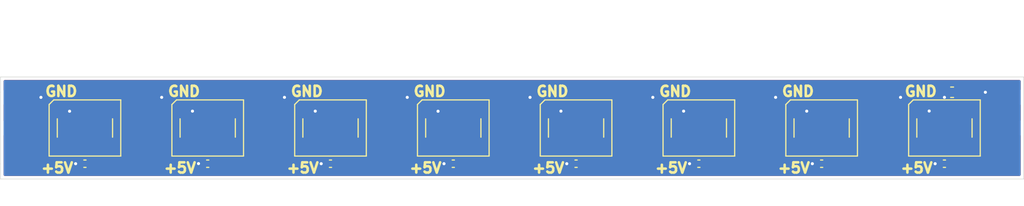
<source format=kicad_pcb>
(kicad_pcb (version 20241229) (generator "pcbnew") (generator_version "9.0")
  (layers (0 "F.Cu" signal) (2 "B.Cu" signal) (13 "F.Paste" user) (15 "B.Paste" user) (5 "F.SilkS" user "F.Silkscreen") (7 "B.SilkS" user "B.Silkscreen") (1 "F.Mask" user) (3 "B.Mask" user) (25 "Edge.Cuts" user))
  (net 0 "")
  (net 1 "GND")
  (net 2 "+5V")
  (net 3 "DO1")
  (net 4 "DO2")
  (net 5 "DO3")
  (net 6 "DO4")
  (net 7 "DO5")
  (net 8 "DO6")
  (net 9 "DO7")
  (net 10 "DO8")
  (net 11 "/Segment/DI")
  (footprint "Capacitor_SMD:C_0402_1005Metric" (layer "F.Cu") (at 147.5 103.499999 180)
    (property "Reference" "C601" (hide yes))
    (property "Value" "100n")
    (fp_line (start -0.107836 0.36) (end 0.107836 0.36) (stroke (width 0.12)) (layer "F.SilkS"))
    (fp_line (start -0.107836 -0.36) (end 0.107836 -0.36) (stroke (width 0.12)) (layer "F.SilkS"))
    (pad "1" smd roundrect (at -0.48 0 180) (size 0.56 0.62) (layers "F.Cu" "F.Mask" "F.Paste") (net 2 "+5V"))
    (pad "2" smd roundrect (at 0.48 0 180) (size 0.56 0.62) (layers "F.Cu" "F.Mask" "F.Paste") (net 1 "GND"))
  )
  (footprint "Connector_Wire:SolderWirePad_1x01_SMD_1.5x3mm" (layer "F.Cu") (at 153.5 103 90)
    (property "Reference" "J701" (hide yes))
    (property "Value" "Conn_01x01")
    (pad "1" smd roundrect (at 0 0 90) (size 1.5 3) (layers "F.Cu" "F.Mask") (net 2 "+5V"))
  )
  (footprint "Connector_Wire:SolderWirePad_1x01_SMD_1.5x3mm" (layer "F.Cu") (at 189 103 -90)
    (property "Reference" "J1201" (hide yes))
    (property "Value" "Conn_01x01")
    (pad "1" smd roundrect (at 0 0 270) (size 1.5 3) (layers "F.Cu" "F.Mask") (net 2 "+5V"))
  )
  (footprint "LED_SMD:LED_WS2812B_PLCC4_5.0x5.0mm_P3.2mm" (layer "F.Cu") (at 183.5 99.999999 180)
    (property "Reference" "D901" (hide yes))
    (property "Value" "WS2812B")
    (fp_line (start 3.5 2.3) (end 3.5 -2.75) (stroke (width 0.12)) (layer "F.SilkS"))
    (fp_line (start 3.05 2.75) (end 3.5 2.3) (stroke (width 0.12)) (layer "F.SilkS"))
    (fp_line (start 2.7 0.9) (end 2.7 -0.9) (stroke (width 0.12)) (layer "F.SilkS"))
    (fp_line (start -2.7 0.9) (end -2.7 -0.9) (stroke (width 0.12)) (layer "F.SilkS"))
    (fp_line (start -3.5 2.75) (end 3.05 2.75) (stroke (width 0.12)) (layer "F.SilkS"))
    (fp_line (start -3.5 -2.75) (end 3.5 -2.75) (stroke (width 0.12)) (layer "F.SilkS"))
    (fp_line (start -3.5 -2.75) (end -3.5 2.75) (stroke (width 0.12)) (layer "F.SilkS"))
    (pad "1" smd roundrect (at -2.45 -1.65 180) (size 1.5 0.9) (layers "F.Cu" "F.Mask" "F.Paste") (roundrect_rratio 0.1) (net 2 "+5V"))
    (pad "2" smd roundrect (at -2.45 1.65 180) (size 1.5 0.9) (layers "F.Cu" "F.Mask" "F.Paste") (roundrect_rratio 0.1) (net 10 "DO8"))
    (pad "3" smd roundrect (at 2.45 1.65 180) (size 1.5 0.9) (layers "F.Cu" "F.Mask" "F.Paste") (roundrect_rratio 0.1) (net 1 "GND"))
    (pad "4" smd roundrect (at 2.45 -1.65 180) (size 1.5 0.9) (layers "F.Cu" "F.Mask" "F.Paste") (roundrect_rratio 0.1) (net 9 "DO7"))
  )
  (footprint "Connector_Wire:SolderWirePad_1x01_SMD_1.5x3mm" (layer "F.Cu") (at 117.5 102.999999 90)
    (property "Reference" "J401" (hide yes))
    (property "Value" "Conn_01x01")
    (pad "1" smd roundrect (at 0 0 90) (size 1.5 3) (layers "F.Cu" "F.Mask") (net 2 "+5V"))
  )
  (footprint "LED_SMD:LED_WS2812B_PLCC4_5.0x5.0mm_P3.2mm" (layer "F.Cu") (at 99.5 100 180)
    (property "Reference" "D201" (hide yes))
    (property "Value" "WS2812B")
    (fp_line (start 3.5 2.3) (end 3.5 -2.75) (stroke (width 0.12)) (layer "F.SilkS"))
    (fp_line (start 3.05 2.75) (end 3.5 2.3) (stroke (width 0.12)) (layer "F.SilkS"))
    (fp_line (start 2.7 0.9) (end 2.7 -0.9) (stroke (width 0.12)) (layer "F.SilkS"))
    (fp_line (start -2.7 0.9) (end -2.7 -0.9) (stroke (width 0.12)) (layer "F.SilkS"))
    (fp_line (start -3.5 2.75) (end 3.05 2.75) (stroke (width 0.12)) (layer "F.SilkS"))
    (fp_line (start -3.5 -2.75) (end 3.5 -2.75) (stroke (width 0.12)) (layer "F.SilkS"))
    (fp_line (start -3.5 -2.75) (end -3.5 2.75) (stroke (width 0.12)) (layer "F.SilkS"))
    (pad "1" smd roundrect (at -2.45 -1.65 180) (size 1.5 0.9) (layers "F.Cu" "F.Mask" "F.Paste") (roundrect_rratio 0.1) (net 2 "+5V"))
    (pad "2" smd roundrect (at -2.45 1.65 180) (size 1.5 0.9) (layers "F.Cu" "F.Mask" "F.Paste") (roundrect_rratio 0.1) (net 3 "DO1"))
    (pad "3" smd roundrect (at 2.45 1.65 180) (size 1.5 0.9) (layers "F.Cu" "F.Mask" "F.Paste") (roundrect_rratio 0.1) (net 1 "GND"))
    (pad "4" smd roundrect (at 2.45 -1.65 180) (size 1.5 0.9) (layers "F.Cu" "F.Mask" "F.Paste") (roundrect_rratio 0.1) (net 11 "/Segment/DI"))
  )
  (footprint "Connector_Wire:SolderWirePad_1x01_SMD_1.5x3mm" (layer "F.Cu") (at 165.5 103 90)
    (property "Reference" "J801" (hide yes))
    (property "Value" "Conn_01x01")
    (pad "1" smd roundrect (at 0 0 90) (size 1.5 3) (layers "F.Cu" "F.Mask") (net 2 "+5V"))
  )
  (footprint "Capacitor_SMD:C_0402_1005Metric" (layer "F.Cu") (at 99.5 103.5 180)
    (property "Reference" "C201" (hide yes))
    (property "Value" "100n")
    (fp_line (start -0.107836 0.36) (end 0.107836 0.36) (stroke (width 0.12)) (layer "F.SilkS"))
    (fp_line (start -0.107836 -0.36) (end 0.107836 -0.36) (stroke (width 0.12)) (layer "F.SilkS"))
    (pad "1" smd roundrect (at -0.48 0 180) (size 0.56 0.62) (layers "F.Cu" "F.Mask" "F.Paste") (net 2 "+5V"))
    (pad "2" smd roundrect (at 0.48 0 180) (size 0.56 0.62) (layers "F.Cu" "F.Mask" "F.Paste") (net 1 "GND"))
  )
  (footprint "Connector_Wire:SolderWirePad_1x01_SMD_1.5x3mm" (layer "F.Cu") (at 141.5 100 90)
    (property "Reference" "J603" (hide yes))
    (property "Value" "Conn_01x01")
    (pad "1" smd roundrect (at 0 0 90) (size 1.5 3) (layers "F.Cu" "F.Mask") (net 6 "DO4"))
  )
  (footprint "Connector_Wire:SolderWirePad_1x01_SMD_1.5x3mm" (layer "F.Cu") (at 141.5 103 90)
    (property "Reference" "J601" (hide yes))
    (property "Value" "Conn_01x01")
    (pad "1" smd roundrect (at 0 0 90) (size 1.5 3) (layers "F.Cu" "F.Mask") (net 2 "+5V"))
  )
  (footprint "Connector_Wire:SolderWirePad_1x01_SMD_1.5x3mm" (layer "F.Cu") (at 189 100 -90)
    (property "Reference" "J1203" (hide yes))
    (property "Value" "Conn_01x01")
    (pad "1" smd roundrect (at 0 0 270) (size 1.5 3) (layers "F.Cu" "F.Mask") (net 10 "DO8"))
  )
  (footprint "Connector_Wire:SolderWirePad_1x01_SMD_1.5x3mm" (layer "F.Cu") (at 165.5 97 90)
    (property "Reference" "J802" (hide yes))
    (property "Value" "Conn_01x01")
    (pad "1" smd roundrect (at 0 0 90) (size 1.5 3) (layers "F.Cu" "F.Mask") (net 1 "GND"))
  )
  (footprint "Connector_Wire:SolderWirePad_1x01_SMD_1.5x3mm" (layer "F.Cu") (at 117.5 96.999999 90)
    (property "Reference" "J402" (hide yes))
    (property "Value" "Conn_01x01")
    (pad "1" smd roundrect (at 0 0 90) (size 1.5 3) (layers "F.Cu" "F.Mask") (net 1 "GND"))
  )
  (footprint "Capacitor_SMD:C_0402_1005Metric" (layer "F.Cu") (at 159.5 103.5 180)
    (property "Reference" "C701" (hide yes))
    (property "Value" "100n")
    (fp_line (start -0.107836 0.36) (end 0.107836 0.36) (stroke (width 0.12)) (layer "F.SilkS"))
    (fp_line (start -0.107836 -0.36) (end 0.107836 -0.36) (stroke (width 0.12)) (layer "F.SilkS"))
    (pad "1" smd roundrect (at -0.48 0 180) (size 0.56 0.62) (layers "F.Cu" "F.Mask" "F.Paste") (net 2 "+5V"))
    (pad "2" smd roundrect (at 0.48 0 180) (size 0.56 0.62) (layers "F.Cu" "F.Mask" "F.Paste") (net 1 "GND"))
  )
  (footprint "Connector_Wire:SolderWirePad_1x01_SMD_1.5x3mm" (layer "F.Cu") (at 105.5 100 90)
    (property "Reference" "J303" (hide yes))
    (property "Value" "Conn_01x01")
    (pad "1" smd roundrect (at 0 0 90) (size 1.5 3) (layers "F.Cu" "F.Mask") (net 3 "DO1"))
  )
  (footprint "Capacitor_SMD:C_0402_1005Metric" (layer "F.Cu") (at 123.5 103.499999 180)
    (property "Reference" "C401" (hide yes))
    (property "Value" "100n")
    (fp_line (start -0.107836 0.36) (end 0.107836 0.36) (stroke (width 0.12)) (layer "F.SilkS"))
    (fp_line (start -0.107836 -0.36) (end 0.107836 -0.36) (stroke (width 0.12)) (layer "F.SilkS"))
    (pad "1" smd roundrect (at -0.48 0 180) (size 0.56 0.62) (layers "F.Cu" "F.Mask" "F.Paste") (net 2 "+5V"))
    (pad "2" smd roundrect (at 0.48 0 180) (size 0.56 0.62) (layers "F.Cu" "F.Mask" "F.Paste") (net 1 "GND"))
  )
  (footprint "LED_SMD:LED_WS2812B_PLCC4_5.0x5.0mm_P3.2mm" (layer "F.Cu") (at 171.5 100 180)
    (property "Reference" "D801" (hide yes))
    (property "Value" "WS2812B")
    (fp_line (start 3.5 2.3) (end 3.5 -2.75) (stroke (width 0.12)) (layer "F.SilkS"))
    (fp_line (start 3.05 2.75) (end 3.5 2.3) (stroke (width 0.12)) (layer "F.SilkS"))
    (fp_line (start 2.7 0.9) (end 2.7 -0.9) (stroke (width 0.12)) (layer "F.SilkS"))
    (fp_line (start -2.7 0.9) (end -2.7 -0.9) (stroke (width 0.12)) (layer "F.SilkS"))
    (fp_line (start -3.5 2.75) (end 3.05 2.75) (stroke (width 0.12)) (layer "F.SilkS"))
    (fp_line (start -3.5 -2.75) (end 3.5 -2.75) (stroke (width 0.12)) (layer "F.SilkS"))
    (fp_line (start -3.5 -2.75) (end -3.5 2.75) (stroke (width 0.12)) (layer "F.SilkS"))
    (pad "1" smd roundrect (at -2.45 -1.65 180) (size 1.5 0.9) (layers "F.Cu" "F.Mask" "F.Paste") (roundrect_rratio 0.1) (net 2 "+5V"))
    (pad "2" smd roundrect (at -2.45 1.65 180) (size 1.5 0.9) (layers "F.Cu" "F.Mask" "F.Paste") (roundrect_rratio 0.1) (net 9 "DO7"))
    (pad "3" smd roundrect (at 2.45 1.65 180) (size 1.5 0.9) (layers "F.Cu" "F.Mask" "F.Paste") (roundrect_rratio 0.1) (net 1 "GND"))
    (pad "4" smd roundrect (at 2.45 -1.65 180) (size 1.5 0.9) (layers "F.Cu" "F.Mask" "F.Paste") (roundrect_rratio 0.1) (net 8 "DO6"))
  )
  (footprint "Connector_Wire:SolderWirePad_1x01_SMD_1.5x3mm" (layer "F.Cu") (at 153.5 100 90)
    (property "Reference" "J703" (hide yes))
    (property "Value" "Conn_01x01")
    (pad "1" smd roundrect (at 0 0 90) (size 1.5 3) (layers "F.Cu" "F.Mask") (net 7 "DO5"))
  )
  (footprint "Connector_Wire:SolderWirePad_1x01_SMD_1.5x3mm" (layer "F.Cu") (at 177.5 97 90)
    (property "Reference" "J902" (hide yes))
    (property "Value" "Conn_01x01")
    (pad "1" smd roundrect (at 0 0 90) (size 1.5 3) (layers "F.Cu" "F.Mask") (net 1 "GND"))
  )
  (footprint "Capacitor_SMD:C_0402_1005Metric" (layer "F.Cu") (at 111.5 103.5 180)
    (property "Reference" "C301" (hide yes))
    (property "Value" "100n")
    (fp_line (start -0.107836 0.36) (end 0.107836 0.36) (stroke (width 0.12)) (layer "F.SilkS"))
    (fp_line (start -0.107836 -0.36) (end 0.107836 -0.36) (stroke (width 0.12)) (layer "F.SilkS"))
    (pad "1" smd roundrect (at -0.48 0 180) (size 0.56 0.62) (layers "F.Cu" "F.Mask" "F.Paste") (net 2 "+5V"))
    (pad "2" smd roundrect (at 0.48 0 180) (size 0.56 0.62) (layers "F.Cu" "F.Mask" "F.Paste") (net 1 "GND"))
  )
  (footprint "LED_SMD:LED_WS2812B_PLCC4_5.0x5.0mm_P3.2mm" (layer "F.Cu") (at 147.5 100 180)
    (property "Reference" "D601" (hide yes))
    (property "Value" "WS2812B")
    (fp_line (start 3.5 2.3) (end 3.5 -2.75) (stroke (width 0.12)) (layer "F.SilkS"))
    (fp_line (start 3.05 2.75) (end 3.5 2.3) (stroke (width 0.12)) (layer "F.SilkS"))
    (fp_line (start 2.7 0.9) (end 2.7 -0.9) (stroke (width 0.12)) (layer "F.SilkS"))
    (fp_line (start -2.7 0.9) (end -2.7 -0.9) (stroke (width 0.12)) (layer "F.SilkS"))
    (fp_line (start -3.5 2.75) (end 3.05 2.75) (stroke (width 0.12)) (layer "F.SilkS"))
    (fp_line (start -3.5 -2.75) (end 3.5 -2.75) (stroke (width 0.12)) (layer "F.SilkS"))
    (fp_line (start -3.5 -2.75) (end -3.5 2.75) (stroke (width 0.12)) (layer "F.SilkS"))
    (pad "1" smd roundrect (at -2.45 -1.65 180) (size 1.5 0.9) (layers "F.Cu" "F.Mask" "F.Paste") (roundrect_rratio 0.1) (net 2 "+5V"))
    (pad "2" smd roundrect (at -2.45 1.65 180) (size 1.5 0.9) (layers "F.Cu" "F.Mask" "F.Paste") (roundrect_rratio 0.1) (net 7 "DO5"))
    (pad "3" smd roundrect (at 2.45 1.65 180) (size 1.5 0.9) (layers "F.Cu" "F.Mask" "F.Paste") (roundrect_rratio 0.1) (net 1 "GND"))
    (pad "4" smd roundrect (at 2.45 -1.65 180) (size 1.5 0.9) (layers "F.Cu" "F.Mask" "F.Paste") (roundrect_rratio 0.1) (net 6 "DO4"))
  )
  (footprint "Connector_Wire:SolderWirePad_1x01_SMD_1.5x3mm" (layer "F.Cu") (at 93.5 97 90)
    (property "Reference" "J202" (hide yes))
    (property "Value" "Conn_01x01")
    (pad "1" smd roundrect (at 0 0 90) (size 1.5 3) (layers "F.Cu" "F.Mask") (net 1 "GND"))
  )
  (footprint "Connector_Wire:SolderWirePad_1x01_SMD_1.5x3mm" (layer "F.Cu") (at 93.5 100 90)
    (property "Reference" "J203" (hide yes))
    (property "Value" "Conn_01x01")
    (pad "1" smd roundrect (at 0 0 90) (size 1.5 3) (layers "F.Cu" "F.Mask") (net 11 "/Segment/DI"))
  )
  (footprint "Capacitor_SMD:C_0402_1005Metric" (layer "F.Cu") (at 171.5 103.5 180)
    (property "Reference" "C801" (hide yes))
    (property "Value" "100n")
    (fp_line (start -0.107836 0.36) (end 0.107836 0.36) (stroke (width 0.12)) (layer "F.SilkS"))
    (fp_line (start -0.107836 -0.36) (end 0.107836 -0.36) (stroke (width 0.12)) (layer "F.SilkS"))
    (pad "1" smd roundrect (at -0.48 0 180) (size 0.56 0.62) (layers "F.Cu" "F.Mask" "F.Paste") (net 2 "+5V"))
    (pad "2" smd roundrect (at 0.48 0 180) (size 0.56 0.62) (layers "F.Cu" "F.Mask" "F.Paste") (net 1 "GND"))
  )
  (footprint "Connector_Wire:SolderWirePad_1x01_SMD_1.5x3mm" (layer "F.Cu") (at 189 97 -90)
    (property "Reference" "J1202" (hide yes))
    (property "Value" "Conn_01x01")
    (pad "1" smd roundrect (at 0 0 270) (size 1.5 3) (layers "F.Cu" "F.Mask") (net 1 "GND"))
  )
  (footprint "Connector_Wire:SolderWirePad_1x01_SMD_1.5x3mm" (layer "F.Cu") (at 177.5 99.999999 90)
    (property "Reference" "J903" (hide yes))
    (property "Value" "Conn_01x01")
    (pad "1" smd roundrect (at 0 0 90) (size 1.5 3) (layers "F.Cu" "F.Mask") (net 9 "DO7"))
  )
  (footprint "Capacitor_SMD:C_0402_1005Metric" (layer "F.Cu") (at 183.5 103.499999 180)
    (property "Reference" "C901" (hide yes))
    (property "Value" "100n")
    (fp_line (start -0.107836 0.36) (end 0.107836 0.36) (stroke (width 0.12)) (layer "F.SilkS"))
    (fp_line (start -0.107836 -0.36) (end 0.107836 -0.36) (stroke (width 0.12)) (layer "F.SilkS"))
    (pad "1" smd roundrect (at -0.48 0 180) (size 0.56 0.62) (layers "F.Cu" "F.Mask" "F.Paste") (net 2 "+5V"))
    (pad "2" smd roundrect (at 0.48 0 180) (size 0.56 0.62) (layers "F.Cu" "F.Mask" "F.Paste") (net 1 "GND"))
  )
  (footprint "Connector_Wire:SolderWirePad_1x01_SMD_1.5x3mm" (layer "F.Cu") (at 129.5 97.000001 90)
    (property "Reference" "J502" (hide yes))
    (property "Value" "Conn_01x01")
    (pad "1" smd roundrect (at 0 0 90) (size 1.5 3) (layers "F.Cu" "F.Mask") (net 1 "GND"))
  )
  (footprint "LED_SMD:LED_WS2812B_PLCC4_5.0x5.0mm_P3.2mm" (layer "F.Cu") (at 135.500001 100 180)
    (property "Reference" "D501" (hide yes))
    (property "Value" "WS2812B")
    (fp_line (start 3.5 2.3) (end 3.5 -2.75) (stroke (width 0.12)) (layer "F.SilkS"))
    (fp_line (start 3.05 2.75) (end 3.5 2.3) (stroke (width 0.12)) (layer "F.SilkS"))
    (fp_line (start 2.7 0.9) (end 2.7 -0.9) (stroke (width 0.12)) (layer "F.SilkS"))
    (fp_line (start -2.7 0.9) (end -2.7 -0.9) (stroke (width 0.12)) (layer "F.SilkS"))
    (fp_line (start -3.5 2.75) (end 3.05 2.75) (stroke (width 0.12)) (layer "F.SilkS"))
    (fp_line (start -3.5 -2.75) (end 3.5 -2.75) (stroke (width 0.12)) (layer "F.SilkS"))
    (fp_line (start -3.5 -2.75) (end -3.5 2.75) (stroke (width 0.12)) (layer "F.SilkS"))
    (pad "1" smd roundrect (at -2.45 -1.65 180) (size 1.5 0.9) (layers "F.Cu" "F.Mask" "F.Paste") (roundrect_rratio 0.1) (net 2 "+5V"))
    (pad "2" smd roundrect (at -2.45 1.65 180) (size 1.5 0.9) (layers "F.Cu" "F.Mask" "F.Paste") (roundrect_rratio 0.1) (net 6 "DO4"))
    (pad "3" smd roundrect (at 2.45 1.65 180) (size 1.5 0.9) (layers "F.Cu" "F.Mask" "F.Paste") (roundrect_rratio 0.1) (net 1 "GND"))
    (pad "4" smd roundrect (at 2.45 -1.65 180) (size 1.5 0.9) (layers "F.Cu" "F.Mask" "F.Paste") (roundrect_rratio 0.1) (net 5 "DO3"))
  )
  (footprint "LED_SMD:LED_WS2812B_PLCC4_5.0x5.0mm_P3.2mm" (layer "F.Cu") (at 111.5 100 180)
    (property "Reference" "D301" (hide yes))
    (property "Value" "WS2812B")
    (fp_line (start 3.5 2.3) (end 3.5 -2.75) (stroke (width 0.12)) (layer "F.SilkS"))
    (fp_line (start 3.05 2.75) (end 3.5 2.3) (stroke (width 0.12)) (layer "F.SilkS"))
    (fp_line (start 2.7 0.9) (end 2.7 -0.9) (stroke (width 0.12)) (layer "F.SilkS"))
    (fp_line (start -2.7 0.9) (end -2.7 -0.9) (stroke (width 0.12)) (layer "F.SilkS"))
    (fp_line (start -3.5 2.75) (end 3.05 2.75) (stroke (width 0.12)) (layer "F.SilkS"))
    (fp_line (start -3.5 -2.75) (end 3.5 -2.75) (stroke (width 0.12)) (layer "F.SilkS"))
    (fp_line (start -3.5 -2.75) (end -3.5 2.75) (stroke (width 0.12)) (layer "F.SilkS"))
    (pad "1" smd roundrect (at -2.45 -1.65 180) (size 1.5 0.9) (layers "F.Cu" "F.Mask" "F.Paste") (roundrect_rratio 0.1) (net 2 "+5V"))
    (pad "2" smd roundrect (at -2.45 1.65 180) (size 1.5 0.9) (layers "F.Cu" "F.Mask" "F.Paste") (roundrect_rratio 0.1) (net 4 "DO2"))
    (pad "3" smd roundrect (at 2.45 1.65 180) (size 1.5 0.9) (layers "F.Cu" "F.Mask" "F.Paste") (roundrect_rratio 0.1) (net 1 "GND"))
    (pad "4" smd roundrect (at 2.45 -1.65 180) (size 1.5 0.9) (layers "F.Cu" "F.Mask" "F.Paste") (roundrect_rratio 0.1) (net 3 "DO1"))
  )
  (footprint "LED_SMD:LED_WS2812B_PLCC4_5.0x5.0mm_P3.2mm" (layer "F.Cu") (at 159.5 100 180)
    (property "Reference" "D701" (hide yes))
    (property "Value" "WS2812B")
    (fp_line (start 3.5 2.3) (end 3.5 -2.75) (stroke (width 0.12)) (layer "F.SilkS"))
    (fp_line (start 3.05 2.75) (end 3.5 2.3) (stroke (width 0.12)) (layer "F.SilkS"))
    (fp_line (start 2.7 0.9) (end 2.7 -0.9) (stroke (width 0.12)) (layer "F.SilkS"))
    (fp_line (start -2.7 0.9) (end -2.7 -0.9) (stroke (width 0.12)) (layer "F.SilkS"))
    (fp_line (start -3.5 2.75) (end 3.05 2.75) (stroke (width 0.12)) (layer "F.SilkS"))
    (fp_line (start -3.5 -2.75) (end 3.5 -2.75) (stroke (width 0.12)) (layer "F.SilkS"))
    (fp_line (start -3.5 -2.75) (end -3.5 2.75) (stroke (width 0.12)) (layer "F.SilkS"))
    (pad "1" smd roundrect (at -2.45 -1.65 180) (size 1.5 0.9) (layers "F.Cu" "F.Mask" "F.Paste") (roundrect_rratio 0.1) (net 2 "+5V"))
    (pad "2" smd roundrect (at -2.45 1.65 180) (size 1.5 0.9) (layers "F.Cu" "F.Mask" "F.Paste") (roundrect_rratio 0.1) (net 8 "DO6"))
    (pad "3" smd roundrect (at 2.45 1.65 180) (size 1.5 0.9) (layers "F.Cu" "F.Mask" "F.Paste") (roundrect_rratio 0.1) (net 1 "GND"))
    (pad "4" smd roundrect (at 2.45 -1.65 180) (size 1.5 0.9) (layers "F.Cu" "F.Mask" "F.Paste") (roundrect_rratio 0.1) (net 7 "DO5"))
  )
  (footprint "Capacitor_SMD:C_0603_1608Metric" (layer "F.Cu") (at 184.25 96.5 180)
    (property "Reference" "C1201" (hide yes))
    (property "Value" "10u")
    (fp_line (start -0.140581 0.51) (end 0.140581 0.51) (stroke (width 0.12)) (layer "F.SilkS"))
    (fp_line (start -0.140581 -0.51) (end 0.140581 -0.51) (stroke (width 0.12)) (layer "F.SilkS"))
    (pad "1" smd roundrect (at -0.775 0 180) (size 0.9 0.95) (layers "F.Cu" "F.Mask" "F.Paste") (net 2 "+5V"))
    (pad "2" smd roundrect (at 0.775 0 180) (size 0.9 0.95) (layers "F.Cu" "F.Mask" "F.Paste") (net 1 "GND"))
  )
  (footprint "Connector_Wire:SolderWirePad_1x01_SMD_1.5x3mm" (layer "F.Cu") (at 129.500001 100 90)
    (property "Reference" "J503" (hide yes))
    (property "Value" "Conn_01x01")
    (pad "1" smd roundrect (at 0 0 90) (size 1.5 3) (layers "F.Cu" "F.Mask") (net 5 "DO3"))
  )
  (footprint "Connector_Wire:SolderWirePad_1x01_SMD_1.5x3mm" (layer "F.Cu") (at 177.5 102.999999 90)
    (property "Reference" "J901" (hide yes))
    (property "Value" "Conn_01x01")
    (pad "1" smd roundrect (at 0 0 90) (size 1.5 3) (layers "F.Cu" "F.Mask") (net 2 "+5V"))
  )
  (footprint "Connector_Wire:SolderWirePad_1x01_SMD_1.5x3mm" (layer "F.Cu") (at 141.5 97.000001 90)
    (property "Reference" "J602" (hide yes))
    (property "Value" "Conn_01x01")
    (pad "1" smd roundrect (at 0 0 90) (size 1.5 3) (layers "F.Cu" "F.Mask") (net 1 "GND"))
  )
  (footprint "Connector_Wire:SolderWirePad_1x01_SMD_1.5x3mm" (layer "F.Cu") (at 165.5 100 90)
    (property "Reference" "J803" (hide yes))
    (property "Value" "Conn_01x01")
    (pad "1" smd roundrect (at 0 0 90) (size 1.5 3) (layers "F.Cu" "F.Mask") (net 8 "DO6"))
  )
  (footprint "Connector_Wire:SolderWirePad_1x01_SMD_1.5x3mm" (layer "F.Cu") (at 93.5 103 90)
    (property "Reference" "J201" (hide yes))
    (property "Value" "Conn_01x01")
    (pad "1" smd roundrect (at 0 0 90) (size 1.5 3) (layers "F.Cu" "F.Mask") (net 2 "+5V"))
  )
  (footprint "Connector_Wire:SolderWirePad_1x01_SMD_1.5x3mm" (layer "F.Cu") (at 129.5 103 90)
    (property "Reference" "J501" (hide yes))
    (property "Value" "Conn_01x01")
    (pad "1" smd roundrect (at 0 0 90) (size 1.5 3) (layers "F.Cu" "F.Mask") (net 2 "+5V"))
  )
  (footprint "Connector_Wire:SolderWirePad_1x01_SMD_1.5x3mm" (layer "F.Cu") (at 105.5 103 90)
    (property "Reference" "J301" (hide yes))
    (property "Value" "Conn_01x01")
    (pad "1" smd roundrect (at 0 0 90) (size 1.5 3) (layers "F.Cu" "F.Mask") (net 2 "+5V"))
  )
  (footprint "LED_SMD:LED_WS2812B_PLCC4_5.0x5.0mm_P3.2mm" (layer "F.Cu") (at 123.5 99.999999 180)
    (property "Reference" "D401" (hide yes))
    (property "Value" "WS2812B")
    (fp_line (start 3.5 2.3) (end 3.5 -2.75) (stroke (width 0.12)) (layer "F.SilkS"))
    (fp_line (start 3.05 2.75) (end 3.5 2.3) (stroke (width 0.12)) (layer "F.SilkS"))
    (fp_line (start 2.7 0.9) (end 2.7 -0.9) (stroke (width 0.12)) (layer "F.SilkS"))
    (fp_line (start -2.7 0.9) (end -2.7 -0.9) (stroke (width 0.12)) (layer "F.SilkS"))
    (fp_line (start -3.5 2.75) (end 3.05 2.75) (stroke (width 0.12)) (layer "F.SilkS"))
    (fp_line (start -3.5 -2.75) (end 3.5 -2.75) (stroke (width 0.12)) (layer "F.SilkS"))
    (fp_line (start -3.5 -2.75) (end -3.5 2.75) (stroke (width 0.12)) (layer "F.SilkS"))
    (pad "1" smd roundrect (at -2.45 -1.65 180) (size 1.5 0.9) (layers "F.Cu" "F.Mask" "F.Paste") (roundrect_rratio 0.1) (net 2 "+5V"))
    (pad "2" smd roundrect (at -2.45 1.65 180) (size 1.5 0.9) (layers "F.Cu" "F.Mask" "F.Paste") (roundrect_rratio 0.1) (net 5 "DO3"))
    (pad "3" smd roundrect (at 2.45 1.65 180) (size 1.5 0.9) (layers "F.Cu" "F.Mask" "F.Paste") (roundrect_rratio 0.1) (net 1 "GND"))
    (pad "4" smd roundrect (at 2.45 -1.65 180) (size 1.5 0.9) (layers "F.Cu" "F.Mask" "F.Paste") (roundrect_rratio 0.1) (net 4 "DO2"))
  )
  (footprint "Connector_Wire:SolderWirePad_1x01_SMD_1.5x3mm" (layer "F.Cu") (at 105.5 97 90)
    (property "Reference" "J302" (hide yes))
    (property "Value" "Conn_01x01")
    (pad "1" smd roundrect (at 0 0 90) (size 1.5 3) (layers "F.Cu" "F.Mask") (net 1 "GND"))
  )
  (footprint "Connector_Wire:SolderWirePad_1x01_SMD_1.5x3mm" (layer "F.Cu") (at 117.5 99.999999 90)
    (property "Reference" "J403" (hide yes))
    (property "Value" "Conn_01x01")
    (pad "1" smd roundrect (at 0 0 90) (size 1.5 3) (layers "F.Cu" "F.Mask") (net 4 "DO2"))
  )
  (footprint "Capacitor_SMD:C_0402_1005Metric" (layer "F.Cu") (at 135.500002 103.5 180)
    (property "Reference" "C501" (hide yes))
    (property "Value" "100n")
    (fp_line (start -0.107836 0.36) (end 0.107836 0.36) (stroke (width 0.12)) (layer "F.SilkS"))
    (fp_line (start -0.107836 -0.36) (end 0.107836 -0.36) (stroke (width 0.12)) (layer "F.SilkS"))
    (pad "1" smd roundrect (at -0.48 0 180) (size 0.56 0.62) (layers "F.Cu" "F.Mask" "F.Paste") (net 2 "+5V"))
    (pad "2" smd roundrect (at 0.48 0 180) (size 0.56 0.62) (layers "F.Cu" "F.Mask" "F.Paste") (net 1 "GND"))
  )
  (footprint "Connector_Wire:SolderWirePad_1x01_SMD_1.5x3mm" (layer "F.Cu") (at 153.5 97 90)
    (property "Reference" "J702" (hide yes))
    (property "Value" "Conn_01x01")
    (pad "1" smd roundrect (at 0 0 90) (size 1.5 3) (layers "F.Cu" "F.Mask") (net 1 "GND"))
  )
  (gr_line (start 91.25 96.5) (end 91.25 103.5) (stroke (width 0.05)) (layer "Edge.Cuts"))
  (gr_line (start 191.25 95) (end 191.25 105) (stroke (width 0.05)) (layer "Edge.Cuts"))
  (gr_line (start 91.25 96.5) (end 91.25 95) (stroke (width 0.05)) (layer "Edge.Cuts"))
  (gr_line (start 91.25 95) (end 191.25 95) (stroke (width 0.05)) (layer "Edge.Cuts"))
  (gr_line (start 191.25 105) (end 91.25 105) (stroke (width 0.05)) (layer "Edge.Cuts"))
  (gr_line (start 91.25 103.5) (end 91.25 105) (stroke (width 0.05)) (layer "Edge.Cuts"))
  (gr_text "GND" (at 119.5 97 0) (layer "F.SilkS") (effects (font (size 1 1) (thickness 0.25) (bold yes)) (justify left bottom)))
  (gr_text "+5V" (at 179.1 104.5 0) (layer "F.SilkS") (effects (font (size 1 1) (thickness 0.25) (bold yes)) (justify left bottom)))
  (gr_text "GND" (at 143.5 97 0) (layer "F.SilkS") (effects (font (size 1 1) (thickness 0.25) (bold yes)) (justify left bottom)))
  (gr_text "+5V" (at 131.1 104.5 0) (layer "F.SilkS") (effects (font (size 1 1) (thickness 0.25) (bold yes)) (justify left bottom)))
  (gr_text "+5V" (at 119.1 104.5 0) (layer "F.SilkS") (effects (font (size 1 1) (thickness 0.25) (bold yes)) (justify left bottom)))
  (gr_text "+5V" (at 107.1 104.5 0) (layer "F.SilkS") (effects (font (size 1 1) (thickness 0.25) (bold yes)) (justify left bottom)))
  (gr_text "GND" (at 179.5 97 0) (layer "F.SilkS") (effects (font (size 1 1) (thickness 0.25) (bold yes)) (justify left bottom)))
  (gr_text "GND" (at 131.5 97 0) (layer "F.SilkS") (effects (font (size 1 1) (thickness 0.25) (bold yes)) (justify left bottom)))
  (gr_text "GND" (at 155.5 97 0) (layer "F.SilkS") (effects (font (size 1 1) (thickness 0.25) (bold yes)) (justify left bottom)))
  (gr_text "+5V" (at 167.1 104.5 0) (layer "F.SilkS") (effects (font (size 1 1) (thickness 0.25) (bold yes)) (justify left bottom)))
  (gr_text "GND" (at 107.5 97 0) (layer "F.SilkS") (effects (font (size 1 1) (thickness 0.25) (bold yes)) (justify left bottom)))
  (gr_text "+5V" (at 95.1 104.5 0) (layer "F.SilkS") (effects (font (size 1 1) (thickness 0.25) (bold yes)) (justify left bottom)))
  (gr_text "+5V" (at 143.1 104.5 0) (layer "F.SilkS") (effects (font (size 1 1) (thickness 0.25) (bold yes)) (justify left bottom)))
  (gr_text "GND" (at 95.5 97 0) (layer "F.SilkS") (effects (font (size 1 1) (thickness 0.25) (bold yes)) (justify left bottom)))
  (gr_text "+5V" (at 155.1 104.5 0) (layer "F.SilkS") (effects (font (size 1 1) (thickness 0.25) (bold yes)) (justify left bottom)))
  (gr_text "GND" (at 167.5 97 0) (layer "F.SilkS") (effects (font (size 1 1) (thickness 0.25) (bold yes)) (justify left bottom)))
  (segment (start 121.05 98.349999) (end 122.01 98.35) (width 1) (layer "F.Cu") (net 1))
  (segment (start 165.5 97) (end 167 97) (width 1) (layer "F.Cu") (net 1))
  (segment (start 183.02 103.499999) (end 182.59 103.5) (width 0.2) (layer "F.Cu") (net 1))
  (segment (start 182.000001 98.349999) (end 182.01 98.34) (width 1) (layer "F.Cu") (net 1))
  (segment (start 153.5 97) (end 155 97) (width 1) (layer "F.Cu") (net 1))
  (segment (start 183.475 96.5) (end 183.475 96.975) (width 1) (layer "F.Cu") (net 1))
  (segment (start 123.02 103.499999) (end 122.59 103.5) (width 0.2) (layer "F.Cu") (net 1))
  (segment (start 99.02 103.5) (end 98.59 103.5) (width 0.2) (layer "F.Cu") (net 1))
  (segment (start 157.05 98.35) (end 158.01 98.35) (width 1) (layer "F.Cu") (net 1))
  (segment (start 188 97) (end 187.5 96.5) (width 1) (layer "F.Cu") (net 1))
  (segment (start 135.020002 103.5) (end 134.59 103.5) (width 0.2) (layer "F.Cu") (net 1))
  (segment (start 134 98.35) (end 134.01 98.36) (width 1) (layer "F.Cu") (net 1))
  (segment (start 171.02 103.5) (end 170.59 103.5) (width 0.2) (layer "F.Cu") (net 1))
  (segment (start 133.050001 98.35) (end 134 98.35) (width 1) (layer "F.Cu") (net 1))
  (segment (start 111.02 103.5) (end 110.61 103.5) (width 0.2) (layer "F.Cu") (net 1))
  (segment (start 159.02 103.5) (end 158.59 103.5) (width 0.2) (layer "F.Cu") (net 1))
  (segment (start 169.05 98.35) (end 170.04 98.35) (width 1) (layer "F.Cu") (net 1))
  (segment (start 105.5 97) (end 107 97) (width 1) (layer "F.Cu") (net 1))
  (segment (start 130.999999 97.000001) (end 131 97) (width 1) (layer "F.Cu") (net 1))
  (segment (start 145.05 98.35) (end 146.02 98.35) (width 1) (layer "F.Cu") (net 1))
  (segment (start 189 97) (end 188 97) (width 1) (layer "F.Cu") (net 1))
  (segment (start 109.05 98.35) (end 110.01 98.35) (width 1) (layer "F.Cu") (net 1))
  (segment (start 181.05 98.349999) (end 182.000001 98.349999) (width 1) (layer "F.Cu") (net 1))
  (segment (start 141.5 97.000001) (end 142.999999 97.000001) (width 1) (layer "F.Cu") (net 1))
  (segment (start 177.5 97) (end 179.21 97) (width 1) (layer "F.Cu") (net 1))
  (segment (start 93.5 97) (end 95.2 97) (width 1) (layer "F.Cu") (net 1))
  (segment (start 142.999999 97.000001) (end 143 97) (width 1) (layer "F.Cu") (net 1))
  (segment (start 110.61 103.5) (end 110.6 103.49) (width 0.2) (layer "F.Cu") (net 1))
  (segment (start 97.05 98.35) (end 97.99 98.35) (width 1) (layer "F.Cu") (net 1))
  (segment (start 147.02 103.499999) (end 146.59 103.5) (width 0.2) (layer "F.Cu") (net 1))
  (segment (start 129.5 97.000001) (end 130.999999 97.000001) (width 1) (layer "F.Cu") (net 1))
  (segment (start 118.999999 96.999999) (end 119 97) (width 1) (layer "F.Cu") (net 1))
  (segment (start 97.99 98.35) (end 98 98.36) (width 1) (layer "F.Cu") (net 1))
  (segment (start 117.5 96.999999) (end 118.999999 96.999999) (width 1) (layer "F.Cu") (net 1))
  (segment (start 183.475 96.975) (end 183.5 97) (width 1) (layer "F.Cu") (net 1))
  (via (at 119 97) (size 0.8) (drill 0.3) (layers "F.Cu" "B.Cu") (net 1))
  (via (at 170.59 103.5) (size 0.8) (drill 0.3) (layers "F.Cu" "B.Cu") (net 1))
  (via (at 143 97) (size 0.8) (drill 0.3) (layers "F.Cu" "B.Cu") (net 1))
  (via (at 146.59 103.5) (size 0.8) (drill 0.3) (layers "F.Cu" "B.Cu") (net 1))
  (via (at 134.01 98.36) (size 0.8) (drill 0.3) (layers "F.Cu" "B.Cu") (net 1))
  (via (at 98 98.36) (size 0.8) (drill 0.3) (layers "F.Cu" "B.Cu") (net 1))
  (via (at 182.59 103.5) (size 0.8) (drill 0.3) (layers "F.Cu" "B.Cu") (net 1))
  (via (at 158.01 98.35) (size 0.8) (drill 0.3) (layers "F.Cu" "B.Cu") (net 1))
  (via (at 98.59 103.5) (size 0.8) (drill 0.3) (layers "F.Cu" "B.Cu") (net 1))
  (via (at 155 97) (size 0.8) (drill 0.3) (layers "F.Cu" "B.Cu") (net 1))
  (via (at 187.5 96.5) (size 0.8) (drill 0.3) (layers "F.Cu" "B.Cu") (net 1))
  (via (at 122.59 103.5) (size 0.8) (drill 0.3) (layers "F.Cu" "B.Cu") (net 1))
  (via (at 107 97) (size 0.8) (drill 0.3) (layers "F.Cu" "B.Cu") (net 1))
  (via (at 182.01 98.34) (size 0.8) (drill 0.3) (layers "F.Cu" "B.Cu") (net 1))
  (via (at 179.21 97) (size 0.8) (drill 0.3) (layers "F.Cu" "B.Cu") (net 1))
  (via (at 95.2 97) (size 0.8) (drill 0.3) (layers "F.Cu" "B.Cu") (net 1))
  (via (at 122.01 98.35) (size 0.8) (drill 0.3) (layers "F.Cu" "B.Cu") (net 1))
  (via (at 158.59 103.5) (size 0.8) (drill 0.3) (layers "F.Cu" "B.Cu") (net 1))
  (via (at 170.04 98.35) (size 0.8) (drill 0.3) (layers "F.Cu" "B.Cu") (net 1))
  (via (at 110.01 98.35) (size 0.8) (drill 0.3) (layers "F.Cu" "B.Cu") (net 1))
  (via (at 146.02 98.35) (size 0.8) (drill 0.3) (layers "F.Cu" "B.Cu") (net 1))
  (via (at 110.6 103.49) (size 0.8) (drill 0.3) (layers "F.Cu" "B.Cu") (net 1))
  (via (at 131 97) (size 0.8) (drill 0.3) (layers "F.Cu" "B.Cu") (net 1))
  (via (at 134.59 103.5) (size 0.8) (drill 0.3) (layers "F.Cu" "B.Cu") (net 1))
  (via (at 167 97) (size 0.8) (drill 0.3) (layers "F.Cu" "B.Cu") (net 1))
  (via (at 183.5 97) (size 0.8) (drill 0.3) (layers "F.Cu" "B.Cu") (net 1))
  (segment (start 101.95 98.35) (end 102.35 98.35) (width 0.2) (layer "F.Cu") (net 3))
  (segment (start 104 100) (end 105.5 100) (width 0.2) (layer "F.Cu") (net 3))
  (segment (start 109.05 101.65) (end 107.15 101.65) (width 0.2) (layer "F.Cu") (net 3))
  (segment (start 102.35 98.35) (end 104 100) (width 0.2) (layer "F.Cu") (net 3))
  (segment (start 107.15 101.65) (end 105.5 100) (width 0.2) (layer "F.Cu") (net 3))
  (segment (start 113.95 98.35) (end 114.35 98.35) (width 0.2) (layer "F.Cu") (net 4))
  (segment (start 114.35 98.35) (end 115.999999 99.999999) (width 0.2) (layer "F.Cu") (net 4))
  (segment (start 121.05 101.649999) (end 119.15 101.649999) (width 0.2) (layer "F.Cu") (net 4))
  (segment (start 119.15 101.649999) (end 117.5 99.999999) (width 0.2) (layer "F.Cu") (net 4))
  (segment (start 115.999999 99.999999) (end 117.5 99.999999) (width 0.2) (layer "F.Cu") (net 4))
  (segment (start 126.199999 98.349999) (end 127.85 100) (width 0.2) (layer "F.Cu") (net 5))
  (segment (start 125.95 98.349999) (end 126.199999 98.349999) (width 0.2) (layer "F.Cu") (net 5))
  (segment (start 127.85 100) (end 129.500001 100) (width 0.2) (layer "F.Cu") (net 5))
  (segment (start 131.150001 101.65) (end 129.500001 100) (width 0.2) (layer "F.Cu") (net 5))
  (segment (start 133.050001 101.65) (end 131.150001 101.65) (width 0.2) (layer "F.Cu") (net 5))
  (segment (start 137.950001 98.35) (end 138.2 98.35) (width 0.2) (layer "F.Cu") (net 6))
  (segment (start 143.15 101.65) (end 141.5 100) (width 0.2) (layer "F.Cu") (net 6))
  (segment (start 145.05 101.65) (end 143.15 101.65) (width 0.2) (layer "F.Cu") (net 6))
  (segment (start 138.2 98.35) (end 139.85 100) (width 0.2) (layer "F.Cu") (net 6))
  (segment (start 139.85 100) (end 141.5 100) (width 0.2) (layer "F.Cu") (net 6))
  (segment (start 155.15 101.65) (end 153.5 100) (width 0.2) (layer "F.Cu") (net 7))
  (segment (start 151.85 100) (end 153.5 100) (width 0.2) (layer "F.Cu") (net 7))
  (segment (start 149.95 98.35) (end 150.2 98.35) (width 0.2) (layer "F.Cu") (net 7))
  (segment (start 157.05 101.65) (end 155.15 101.65) (width 0.2) (layer "F.Cu") (net 7))
  (segment (start 150.2 98.35) (end 151.85 100) (width 0.2) (layer "F.Cu") (net 7))
  (segment (start 161.95 98.35) (end 162.2 98.35) (width 0.2) (layer "F.Cu") (net 8))
  (segment (start 163.85 100) (end 165.5 100) (width 0.2) (layer "F.Cu") (net 8))
  (segment (start 162.2 98.35) (end 163.85 100) (width 0.2) (layer "F.Cu") (net 8))
  (segment (start 167.15 101.65) (end 165.5 100) (width 0.2) (layer "F.Cu") (net 8))
  (segment (start 169.05 101.65) (end 167.15 101.65) (width 0.2) (layer "F.Cu") (net 8))
  (segment (start 173.95 98.35) (end 174.200001 98.35) (width 0.2) (layer "F.Cu") (net 9))
  (segment (start 175.850001 100) (end 177.499999 100) (width 0.2) (layer "F.Cu") (net 9))
  (segment (start 179.15 101.649999) (end 177.5 99.999999) (width 0.2) (layer "F.Cu") (net 9))
  (segment (start 177.499999 100) (end 177.5 99.999999) (width 0.2) (layer "F.Cu") (net 9))
  (segment (start 174.200001 98.35) (end 175.850001 100) (width 0.2) (layer "F.Cu") (net 9))
  (segment (start 181.05 101.649999) (end 179.15 101.649999) (width 0.2) (layer "F.Cu") (net 9))
  (segment (start 189.1 100) (end 187.6 100) (width 0.2) (layer "F.Cu") (net 10))
  (segment (start 187.6 100) (end 185.95 98.349999) (width 0.2) (layer "F.Cu") (net 10))
  (segment (start 97.05 101.65) (end 95.15 101.65) (width 0.2) (layer "F.Cu") (net 11))
  (segment (start 95.15 101.65) (end 93.5 100) (width 0.2) (layer "F.Cu") (net 11))
  (zone (net 2) (net_name "+5V") (layer "F.Cu") (connect_pads yes (clearance 0.3)) (min_thickness 0.25) (fill yes (thermal_gap 0.5) (thermal_bridge_width 0.5) (smoothing fillet) (radius 1))
    (polygon (pts (xy 191.25 95) (xy 91.25 95) (xy 91.25 105) (xy 191.25 105)))
  )
  (zone (net 1) (net_name "GND") (layer "B.Cu") (priority 1) (connect_pads yes (clearance 0.3)) (min_thickness 0.25) (fill yes (thermal_gap 0.5) (thermal_bridge_width 0.5) (smoothing fillet) (radius 1))
    (polygon (pts (xy 191.25 95) (xy 191.25 105) (xy 91.25 105) (xy 91.25 95)))
  )
)
</source>
